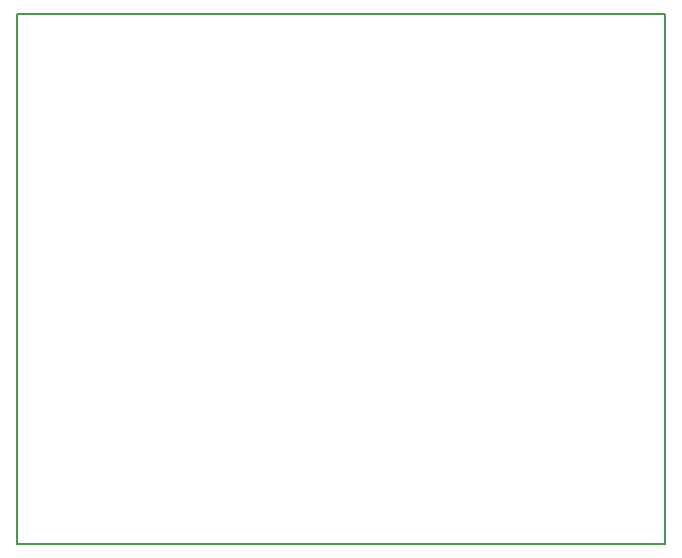
<source format=gm1>
G04 MADE WITH FRITZING*
G04 WWW.FRITZING.ORG*
G04 DOUBLE SIDED*
G04 HOLES PLATED*
G04 CONTOUR ON CENTER OF CONTOUR VECTOR*
%ASAXBY*%
%FSLAX23Y23*%
%MOIN*%
%OFA0B0*%
%SFA1.0B1.0*%
%ADD10R,2.165350X1.771650*%
%ADD11C,0.008000*%
%ADD10C,0.008*%
%LNCONTOUR*%
G90*
G70*
G54D10*
G54D11*
X4Y1768D02*
X2161Y1768D01*
X2161Y4D01*
X4Y4D01*
X4Y1768D01*
D02*
G04 End of contour*
M02*
</source>
